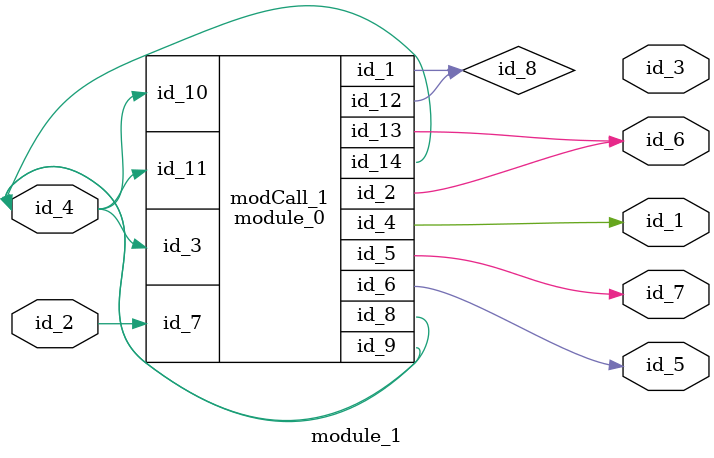
<source format=v>
module module_0 (
    id_1,
    id_2,
    id_3,
    id_4,
    id_5,
    id_6,
    id_7,
    id_8,
    id_9,
    id_10,
    id_11,
    id_12,
    id_13,
    id_14
);
  output wire id_14;
  output wire id_13;
  inout wire id_12;
  input wire id_11;
  input wire id_10;
  inout wire id_9;
  inout wire id_8;
  input wire id_7;
  output wire id_6;
  output wire id_5;
  output wire id_4;
  input wire id_3;
  output wire id_2;
  inout wire id_1;
  assign id_14.id_10 = id_10 == 1;
  assign id_12 = 1;
endmodule
module module_1 (
    id_1,
    id_2,
    id_3,
    id_4,
    id_5,
    id_6,
    id_7
);
  output wire id_7;
  output wire id_6;
  output wire id_5;
  inout wire id_4;
  output wire id_3;
  inout wire id_2;
  output wire id_1;
  wire id_8;
  module_0 modCall_1 (
      id_8,
      id_6,
      id_4,
      id_1,
      id_7,
      id_5,
      id_2,
      id_4,
      id_4,
      id_4,
      id_4,
      id_8,
      id_6,
      id_4
  );
endmodule

</source>
